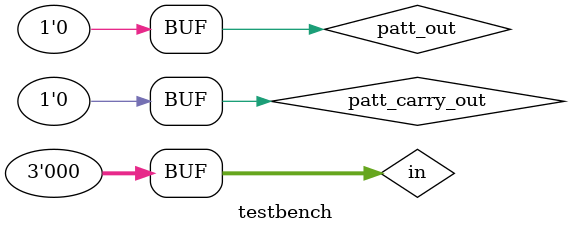
<source format=v>
module testbench;
    reg [2:0] in;

	wire patt_out,out;
	wire patt_carry_out,carryout;

    initial begin
        // $dumpfile("testbench.vcd");
        // $dumpvars(0, testbench);

        #5 in = 0;
        repeat (10000) begin
            #5 in = in + 1;
        end

        $display("OKAY");
    end

    top uut (
	.x(in[0]),
	.y(in[1]),
	.cin(in[2]),
	.A(out),
	.cout(carryout)
	);

	assign {patt_carry_out,patt_out} =  in[2] * in[1] * in[0];

	assert_comb out_test(.A(patt_out), .B(out));
	//assert_comb carry_test(.A(patt_carry_out), .B(carryout));

endmodule

</source>
